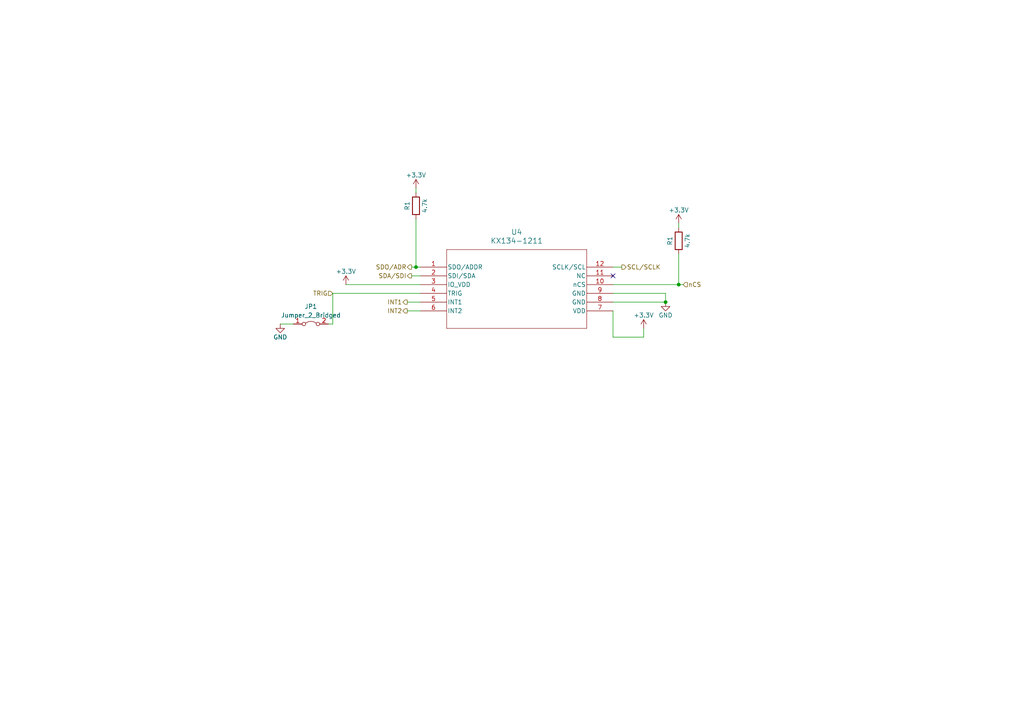
<source format=kicad_sch>
(kicad_sch (version 20230121) (generator eeschema)
  (paper "A4")
  (lib_symbols
    (symbol "Device:R" (pin_numbers hide) (pin_names (offset 0))
      (property "Reference" "R" (at 2.032 0 90))
      (property "Value" "R" (at 0 0 90))
      (symbol "R_0_1"
        (rectangle (start -1.016 -2.54) (end 1.016 2.54) (stroke (width 0.254)))
      )
      (symbol "R_1_1"
        (pin passive line (at 0 3.81 270) (length 1.27) (name "~") (number "1"))
        (pin passive line (at 0 -3.81 90) (length 1.27) (name "~") (number "2"))
      )
    )
    (symbol "Jumper:Jumper_2_Bridged" (pin_names (offset 0) hide)
      (property "Reference" "JP" (at 0 1.905 0))
      (property "Value" "Jumper_2_Bridged" (at 0 -2.54 0))
      (symbol "Jumper_2_Bridged_0_0"
        (circle (center -2.032 0) (radius 0.508))
        (circle (center 2.032 0) (radius 0.508))
      )
      (symbol "Jumper_2_Bridged_0_1"
        (arc (start 1.524 0.254) (mid 0 0.762) (end -1.524 0.254))
      )
      (symbol "Jumper_2_Bridged_1_1"
        (pin passive line (at -5.08 0 0) (length 2.54) (name "A") (number "1"))
        (pin passive line (at 5.08 0 180) (length 2.54) (name "B") (number "2"))
      )
    )
    (symbol "KX134-1211:KX134-1211" (pin_names (offset 0.254))
      (property "Reference" "U" (at 27.94 10.16 0))
      (property "Value" "KX134-1211" (at 27.94 7.62 0))
      (symbol "KX134-1211_0_1"
        (polyline (pts (xy 7.62 -17.78) (xy 48.26 -17.78)) (stroke (width 0.127)))
        (polyline (pts (xy 7.62 5.08) (xy 7.62 -17.78)) (stroke (width 0.127)))
        (polyline (pts (xy 48.26 -17.78) (xy 48.26 5.08)) (stroke (width 0.127)))
        (polyline (pts (xy 48.26 5.08) (xy 7.62 5.08)) (stroke (width 0.127)))
        (pin bidirectional line (at 0 0 0) (length 7.62) (name "SDO/ADDR") (number "1"))
        (pin input line (at 55.88 -5.08 180) (length 7.62) (name "nCS") (number "10"))
        (pin no_connect line (at 55.88 -2.54 180) (length 7.62) (name "NC") (number "11"))
        (pin input line (at 55.88 0 180) (length 7.62) (name "SCLK/SCL") (number "12"))
        (pin bidirectional line (at 0 -2.54 0) (length 7.62) (name "SDI/SDA") (number "2"))
        (pin power_in line (at 0 -5.08 0) (length 7.62) (name "IO_VDD") (number "3"))
        (pin input line (at 0 -7.62 0) (length 7.62) (name "TRIG") (number "4"))
        (pin output line (at 0 -10.16 0) (length 7.62) (name "INT1") (number "5"))
        (pin output line (at 0 -12.7 0) (length 7.62) (name "INT2") (number "6"))
        (pin power_in line (at 55.88 -12.7 180) (length 7.62) (name "VDD") (number "7"))
        (pin power_out line (at 55.88 -10.16 180) (length 7.62) (name "GND") (number "8"))
        (pin power_out line (at 55.88 -7.62 180) (length 7.62) (name "GND") (number "9"))
      )
    )
    (symbol "power:+3.3V" (power) (pin_names (offset 0))
      (property "Value" "+3.3V" (at 0 3.556 0))
      (symbol "+3.3V_0_1"
        (polyline (pts (xy -0.762 1.27) (xy 0 2.54)))
        (polyline (pts (xy 0 0) (xy 0 2.54)))
        (polyline (pts (xy 0 2.54) (xy 0.762 1.27)))
      )
      (symbol "+3.3V_1_1"
        (pin power_in line (at 0 0 90) (length 0) hide (name "+3.3V") (number "1"))
      )
    )
    (symbol "power:GND" (power) (pin_names (offset 0))
      (property "Value" "GND" (at 0 -3.81 0))
      (symbol "GND_0_1"
        (polyline (pts (xy 0 0) (xy 0 -1.27) (xy 1.27 -1.27) (xy 0 -2.54) (xy -1.27 -1.27) (xy 0 -1.27)))
      )
      (symbol "GND_1_1"
        (pin power_in line (at 0 0 270) (length 0) hide (name "GND") (number "1"))
      )
    )
  )
  (junction (at 120.65 77.47))
  (junction (at 196.85 82.55))
  (junction (at 193.04 87.63))
  (no_connect (at 177.8 80.01))
  (wire (pts (xy 100.33 82.55) (xy 121.92 82.55)))
  (wire (pts (xy 177.8 87.63) (xy 193.04 87.63)))
  (wire (pts (xy 120.65 77.47) (xy 121.92 77.47)))
  (wire (pts (xy 120.65 54.61) (xy 120.65 55.88)))
  (wire (pts (xy 95.25 93.98) (xy 96.52 93.98)))
  (wire (pts (xy 96.52 85.09) (xy 121.92 85.09)))
  (wire (pts (xy 177.8 77.47) (xy 180.34 77.47)))
  (wire (pts (xy 177.8 90.17) (xy 177.8 97.79)))
  (wire (pts (xy 186.69 97.79) (xy 186.69 95.25)))
  (wire (pts (xy 118.11 90.17) (xy 121.92 90.17)))
  (wire (pts (xy 118.11 87.63) (xy 121.92 87.63)))
  (wire (pts (xy 193.04 87.63) (xy 193.04 85.09)))
  (wire (pts (xy 119.38 80.01) (xy 121.92 80.01)))
  (wire (pts (xy 119.38 77.47) (xy 120.65 77.47)))
  (wire (pts (xy 193.04 85.09) (xy 177.8 85.09)))
  (wire (pts (xy 81.28 93.98) (xy 85.09 93.98)))
  (wire (pts (xy 120.65 63.5) (xy 120.65 77.47)))
  (wire (pts (xy 177.8 82.55) (xy 196.85 82.55)))
  (wire (pts (xy 196.85 73.66) (xy 196.85 82.55)))
  (wire (pts (xy 96.52 93.98) (xy 96.52 85.09)))
  (wire (pts (xy 196.85 82.55) (xy 198.12 82.55)))
  (wire (pts (xy 196.85 64.77) (xy 196.85 66.04)))
  (wire (pts (xy 177.8 97.79) (xy 186.69 97.79)))
  (hierarchical_label "nCS" (shape input) (at 198.12 82.55 0))
  (hierarchical_label "INT1" (shape output) (at 118.11 87.63 180))
  (hierarchical_label "SCL{slash}SCLK" (shape output) (at 180.34 77.47 0))
  (hierarchical_label "INT2" (shape output) (at 118.11 90.17 180))
  (hierarchical_label "SDA{slash}SDI" (shape output) (at 119.38 80.01 180))
  (hierarchical_label "TRIG" (shape input) (at 96.52 85.09 180))
  (hierarchical_label "SDO{slash}ADR" (shape output) (at 119.38 77.47 180))
  (symbol (lib_id "power:+3.3V") (at 120.65 54.61 0) (unit 1)
    (property "Reference" "#PWR019" (effects hide))
    (property "Value" "+3.3V" (at 120.65 50.8 0))
    (instances (project "Flight_Computer_V2" (path "" (reference "#PWR019") (unit 1)) (path "" (reference "#PWR012") (unit 1))) (project "STM32F405RGT6" (path "" (reference "#PWR019") (unit 1))) (project "avionics_flight_computer" (path "" (reference "#PWR019") (unit 1))))
  )
  (symbol (lib_id "power:GND") (at 81.28 93.98 0) (unit 1)
    (property "Reference" "#PWR03" (effects hide))
    (property "Value" "GND" (at 81.28 97.79 0))
    (instances (project "Flight_Computer_V2" (path "" (reference "#PWR03") (unit 1)) (path "" (reference "#PWR07") (unit 1))) (project "STM32F405RGT6" (path "" (reference "#PWR03") (unit 1))) (project "avionics_flight_computer" (path "" (reference "#PWR03") (unit 1))))
  )
  (symbol (lib_id "power:+3.3V") (at 100.33 82.55 0) (unit 1)
    (property "Reference" "#PWR019" (effects hide))
    (property "Value" "+3.3V" (at 100.33 78.74 0))
    (instances (project "Flight_Computer_V2" (path "" (reference "#PWR019") (unit 1)) (path "" (reference "#PWR06") (unit 1))) (project "STM32F405RGT6" (path "" (reference "#PWR019") (unit 1))) (project "avionics_flight_computer" (path "" (reference "#PWR019") (unit 1))))
  )
  (symbol (lib_id "power:+3.3V") (at 186.69 95.25 0) (unit 1)
    (property "Reference" "#PWR019" (effects hide))
    (property "Value" "+3.3V" (at 186.69 91.44 0))
    (instances (project "Flight_Computer_V2" (path "" (reference "#PWR019") (unit 1)) (path "" (reference "#PWR04") (unit 1))) (project "STM32F405RGT6" (path "" (reference "#PWR019") (unit 1))) (project "avionics_flight_computer" (path "" (reference "#PWR019") (unit 1))))
  )
  (symbol (lib_id "Device:R") (at 196.85 69.85 180) (unit 1)
    (property "Reference" "R1" (at 194.31 69.85 90))
    (property "Value" "4.7k" (at 199.39 69.85 90))
    (instances (project "Flight_Computer_V2" (path "" (reference "R1") (unit 1)) (path "" (reference "R9") (unit 1))) (project "STM32F405RGT6" (path "" (reference "R1") (unit 1))) (project "avionics_flight_computer" (path "" (reference "R1") (unit 1))))
  )
  (symbol (lib_id "Device:R") (at 120.65 59.69 180) (unit 1)
    (property "Reference" "R1" (at 118.11 59.69 90))
    (property "Value" "4.7k" (at 123.19 59.69 90))
    (instances (project "Flight_Computer_V2" (path "" (reference "R1") (unit 1)) (path "" (reference "R8") (unit 1))) (project "STM32F405RGT6" (path "" (reference "R1") (unit 1))) (project "avionics_flight_computer" (path "" (reference "R1") (unit 1))))
  )
  (symbol (lib_id "power:+3.3V") (at 196.85 64.77 0) (unit 1)
    (property "Reference" "#PWR019" (effects hide))
    (property "Value" "+3.3V" (at 196.85 60.96 0))
    (instances (project "Flight_Computer_V2" (path "" (reference "#PWR019") (unit 1)) (path "" (reference "#PWR024") (unit 1))) (project "STM32F405RGT6" (path "" (reference "#PWR019") (unit 1))) (project "avionics_flight_computer" (path "" (reference "#PWR019") (unit 1))))
  )
  (symbol (lib_id "KX134-1211:KX134-1211") (at 121.92 77.47 0) (unit 1)
    (property "Reference" "U4" (at 149.86 67.31 0) (effects (font (size 1.524 1.524))))
    (property "Value" "KX134-1211" (at 149.86 69.85 0) (effects (font (size 1.524 1.524))))
    (property "Footprint" "LGA12_2X2X0P9_ROM" (effects hide))
    (property "Datasheet" "KX134-1211" (effects hide))
  )
  (symbol (lib_id "Jumper:Jumper_2_Bridged") (at 90.17 93.98 0) (unit 1)
    (property "Reference" "JP1" (at 90.17 88.9 0))
    (property "Value" "Jumper_2_Bridged" (at 90.17 91.44 0))
  )
  (symbol (lib_id "power:GND") (at 193.04 87.63 0) (unit 1)
    (property "Reference" "#PWR03" (effects hide))
    (property "Value" "GND" (at 193.04 91.44 0))
    (instances (project "Flight_Computer_V2" (path "" (reference "#PWR03") (unit 1)) (path "" (reference "#PWR02") (unit 1))) (project "STM32F405RGT6" (path "" (reference "#PWR03") (unit 1))) (project "avionics_flight_computer" (path "" (reference "#PWR03") (unit 1))))
  )
)
</source>
